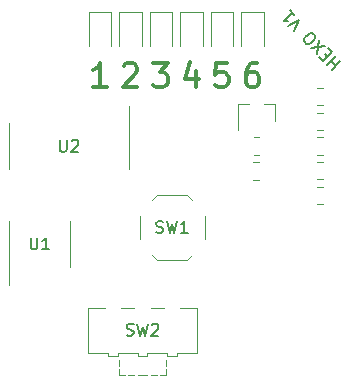
<source format=gbr>
%TF.GenerationSoftware,KiCad,Pcbnew,(5.1.9-0-10_14)*%
%TF.CreationDate,2021-04-10T21:21:16-04:00*%
%TF.ProjectId,Hexo,4865786f-2e6b-4696-9361-645f70636258,1*%
%TF.SameCoordinates,Original*%
%TF.FileFunction,Legend,Top*%
%TF.FilePolarity,Positive*%
%FSLAX46Y46*%
G04 Gerber Fmt 4.6, Leading zero omitted, Abs format (unit mm)*
G04 Created by KiCad (PCBNEW (5.1.9-0-10_14)) date 2021-04-10 21:21:16*
%MOMM*%
%LPD*%
G01*
G04 APERTURE LIST*
%ADD10C,0.300000*%
%ADD11C,0.150000*%
%ADD12C,0.120000*%
G04 APERTURE END LIST*
D10*
X158061832Y-86113761D02*
X157680880Y-86113761D01*
X157490403Y-86209000D01*
X157395165Y-86304238D01*
X157204689Y-86589952D01*
X157109451Y-86970904D01*
X157109451Y-87732809D01*
X157204689Y-87923285D01*
X157299927Y-88018523D01*
X157490403Y-88113761D01*
X157871356Y-88113761D01*
X158061832Y-88018523D01*
X158157070Y-87923285D01*
X158252308Y-87732809D01*
X158252308Y-87256619D01*
X158157070Y-87066142D01*
X158061832Y-86970904D01*
X157871356Y-86875666D01*
X157490403Y-86875666D01*
X157299927Y-86970904D01*
X157204689Y-87066142D01*
X157109451Y-87256619D01*
X155577070Y-86113761D02*
X154624689Y-86113761D01*
X154529451Y-87066142D01*
X154624689Y-86970904D01*
X154815165Y-86875666D01*
X155291356Y-86875666D01*
X155481832Y-86970904D01*
X155577070Y-87066142D01*
X155672308Y-87256619D01*
X155672308Y-87732809D01*
X155577070Y-87923285D01*
X155481832Y-88018523D01*
X155291356Y-88113761D01*
X154815165Y-88113761D01*
X154624689Y-88018523D01*
X154529451Y-87923285D01*
X152901832Y-86780428D02*
X152901832Y-88113761D01*
X152425641Y-86018523D02*
X151949451Y-87447095D01*
X153187546Y-87447095D01*
X149274213Y-86113761D02*
X150512308Y-86113761D01*
X149845641Y-86875666D01*
X150131356Y-86875666D01*
X150321832Y-86970904D01*
X150417070Y-87066142D01*
X150512308Y-87256619D01*
X150512308Y-87732809D01*
X150417070Y-87923285D01*
X150321832Y-88018523D01*
X150131356Y-88113761D01*
X149559927Y-88113761D01*
X149369451Y-88018523D01*
X149274213Y-87923285D01*
X146789451Y-86304238D02*
X146884689Y-86209000D01*
X147075165Y-86113761D01*
X147551356Y-86113761D01*
X147741832Y-86209000D01*
X147837070Y-86304238D01*
X147932308Y-86494714D01*
X147932308Y-86685190D01*
X147837070Y-86970904D01*
X146694213Y-88113761D01*
X147932308Y-88113761D01*
X145352308Y-88113761D02*
X144209451Y-88113761D01*
X144780880Y-88113761D02*
X144780880Y-86113761D01*
X144590403Y-86399476D01*
X144399927Y-86589952D01*
X144209451Y-86685190D01*
D11*
X165138917Y-85927274D02*
X164431811Y-86634381D01*
X164768528Y-86297663D02*
X164364467Y-85893602D01*
X164734856Y-85523213D02*
X164027750Y-86230320D01*
X164027750Y-85556885D02*
X163792047Y-85321183D01*
X164061421Y-84849778D02*
X164398139Y-85186496D01*
X163691032Y-85893602D01*
X163354315Y-85556885D01*
X163118612Y-85321183D02*
X163354315Y-84142671D01*
X162647208Y-84849778D02*
X163825719Y-84614076D01*
X162243147Y-84445717D02*
X162108460Y-84311030D01*
X162074788Y-84210015D01*
X162074788Y-84075328D01*
X162175803Y-83906969D01*
X162411505Y-83671267D01*
X162579864Y-83570251D01*
X162714551Y-83570251D01*
X162815567Y-83603923D01*
X162950254Y-83738610D01*
X162983925Y-83839625D01*
X162983925Y-83974312D01*
X162882910Y-84142671D01*
X162647208Y-84378374D01*
X162478849Y-84479389D01*
X162344162Y-84479389D01*
X162243147Y-84445717D01*
X161199322Y-83401893D02*
X161670727Y-82459084D01*
X160727918Y-82930488D01*
X160828933Y-81617290D02*
X161232994Y-82021351D01*
X161030964Y-81819320D02*
X160323857Y-82526427D01*
X160492216Y-82492755D01*
X160626903Y-82492755D01*
X160727918Y-82526427D01*
D12*
%TO.C,R3*%
X163649562Y-98044000D02*
X163195434Y-98044000D01*
X163649562Y-96574000D02*
X163195434Y-96574000D01*
%TO.C,C1*%
X158282132Y-94494000D02*
X157759628Y-94494000D01*
X158282132Y-95964000D02*
X157759628Y-95964000D01*
%TO.C,SW2*%
X151580880Y-106809000D02*
X152980880Y-106809000D01*
X152980880Y-106809000D02*
X152980880Y-110609000D01*
X143780880Y-110609000D02*
X143780880Y-106809000D01*
X143780880Y-106809000D02*
X145180880Y-106809000D01*
X150180880Y-106809000D02*
X149080880Y-106809000D01*
X149080880Y-106809000D02*
X149080880Y-106809000D01*
X147680880Y-106809000D02*
X146580880Y-106809000D01*
X146580880Y-106809000D02*
X146580880Y-106809000D01*
X152980880Y-110609000D02*
X151280880Y-110609000D01*
X151280880Y-110609000D02*
X151280880Y-110909000D01*
X151280880Y-110909000D02*
X150480880Y-110909000D01*
X150480880Y-110909000D02*
X150480880Y-110609000D01*
X150480880Y-110609000D02*
X148780880Y-110609000D01*
X148780880Y-110609000D02*
X148780880Y-110909000D01*
X148780880Y-110909000D02*
X147980880Y-110909000D01*
X147980880Y-110909000D02*
X147980880Y-110609000D01*
X147980880Y-110609000D02*
X146280880Y-110609000D01*
X146280880Y-110609000D02*
X146280880Y-110909000D01*
X146280880Y-110909000D02*
X145480880Y-110909000D01*
X145480880Y-110909000D02*
X145480880Y-110609000D01*
X145480880Y-110609000D02*
X143780880Y-110609000D01*
X143780880Y-110609000D02*
X143780880Y-110609000D01*
X146380880Y-112509000D02*
X146380880Y-112009000D01*
X146380880Y-112009000D02*
X146380880Y-112009000D01*
X146380880Y-112509000D02*
X146880880Y-112509000D01*
X146880880Y-112509000D02*
X146880880Y-112509000D01*
X150380880Y-112509000D02*
X149880880Y-112509000D01*
X149880880Y-112509000D02*
X149880880Y-112509000D01*
X150380880Y-112509000D02*
X150380880Y-112009000D01*
X150380880Y-112009000D02*
X150380880Y-112009000D01*
X150380880Y-111709000D02*
X150380880Y-111209000D01*
X150380880Y-111209000D02*
X150380880Y-111209000D01*
X146380880Y-111709000D02*
X146380880Y-111209000D01*
X146380880Y-111209000D02*
X146380880Y-111209000D01*
X147180880Y-112509000D02*
X147680880Y-112509000D01*
X147680880Y-112509000D02*
X147680880Y-112509000D01*
X149580880Y-112509000D02*
X149080880Y-112509000D01*
X149080880Y-112509000D02*
X149080880Y-112509000D01*
X148780880Y-112509000D02*
X147980880Y-112509000D01*
X147980880Y-112509000D02*
X147980880Y-112509000D01*
%TO.C,SW1*%
X149630880Y-97259000D02*
X152130880Y-97259000D01*
X148130880Y-99009000D02*
X148130880Y-101009000D01*
X149630880Y-102759000D02*
X152130880Y-102759000D01*
X153630880Y-99009000D02*
X153630880Y-101009000D01*
X149180880Y-97709000D02*
X149630880Y-97259000D01*
X152580880Y-97709000D02*
X152130880Y-97259000D01*
X152580880Y-102309000D02*
X152130880Y-102759000D01*
X149180880Y-102309000D02*
X149630880Y-102759000D01*
%TO.C,U2*%
X137080880Y-93139000D02*
X137080880Y-95089000D01*
X137080880Y-93139000D02*
X137080880Y-91189000D01*
X147200880Y-93139000D02*
X147200880Y-95089000D01*
X147200880Y-93139000D02*
X147200880Y-89689000D01*
%TO.C,U1*%
X142230880Y-101409000D02*
X142230880Y-99459000D01*
X142230880Y-101409000D02*
X142230880Y-103359000D01*
X137110880Y-101409000D02*
X137110880Y-99459000D01*
X137110880Y-101409000D02*
X137110880Y-104859000D01*
%TO.C,R5*%
X163649562Y-89654000D02*
X163195434Y-89654000D01*
X163649562Y-88184000D02*
X163195434Y-88184000D01*
%TO.C,R4*%
X163649562Y-95926121D02*
X163195434Y-95926121D01*
X163649562Y-94456121D02*
X163195434Y-94456121D01*
%TO.C,R2*%
X163195434Y-92378337D02*
X163649562Y-92378337D01*
X163195434Y-93848337D02*
X163649562Y-93848337D01*
%TO.C,R1*%
X158237208Y-93858472D02*
X157783080Y-93858472D01*
X158237208Y-92388472D02*
X157783080Y-92388472D01*
%TO.C,Q1*%
X159590144Y-89564580D02*
X158660144Y-89564580D01*
X156430144Y-89564580D02*
X157360144Y-89564580D01*
X156430144Y-89564580D02*
X156430144Y-91724580D01*
X159590144Y-89564580D02*
X159590144Y-91024580D01*
%TO.C,D6*%
X158640880Y-84612544D02*
X158640880Y-81752544D01*
X158640880Y-81752544D02*
X156720880Y-81752544D01*
X156720880Y-81752544D02*
X156720880Y-84612544D01*
%TO.C,D5*%
X156060880Y-84612544D02*
X156060880Y-81752544D01*
X156060880Y-81752544D02*
X154140880Y-81752544D01*
X154140880Y-81752544D02*
X154140880Y-84612544D01*
%TO.C,D4*%
X153480880Y-84612544D02*
X153480880Y-81752544D01*
X153480880Y-81752544D02*
X151560880Y-81752544D01*
X151560880Y-81752544D02*
X151560880Y-84612544D01*
%TO.C,D3*%
X150900880Y-84612544D02*
X150900880Y-81752544D01*
X150900880Y-81752544D02*
X148980880Y-81752544D01*
X148980880Y-81752544D02*
X148980880Y-84612544D01*
%TO.C,D2*%
X148320880Y-84612544D02*
X148320880Y-81752544D01*
X148320880Y-81752544D02*
X146400880Y-81752544D01*
X146400880Y-81752544D02*
X146400880Y-84612544D01*
%TO.C,D1*%
X145740880Y-84612544D02*
X145740880Y-81752544D01*
X145740880Y-81752544D02*
X143820880Y-81752544D01*
X143820880Y-81752544D02*
X143820880Y-84612544D01*
%TO.C,C2*%
X163161246Y-90299445D02*
X163683750Y-90299445D01*
X163161246Y-91769445D02*
X163683750Y-91769445D01*
%TO.C,SW2*%
D11*
X147047546Y-109113761D02*
X147190403Y-109161380D01*
X147428499Y-109161380D01*
X147523737Y-109113761D01*
X147571356Y-109066142D01*
X147618975Y-108970904D01*
X147618975Y-108875666D01*
X147571356Y-108780428D01*
X147523737Y-108732809D01*
X147428499Y-108685190D01*
X147238022Y-108637571D01*
X147142784Y-108589952D01*
X147095165Y-108542333D01*
X147047546Y-108447095D01*
X147047546Y-108351857D01*
X147095165Y-108256619D01*
X147142784Y-108209000D01*
X147238022Y-108161380D01*
X147476118Y-108161380D01*
X147618975Y-108209000D01*
X147952308Y-108161380D02*
X148190403Y-109161380D01*
X148380880Y-108447095D01*
X148571356Y-109161380D01*
X148809451Y-108161380D01*
X149142784Y-108256619D02*
X149190403Y-108209000D01*
X149285641Y-108161380D01*
X149523737Y-108161380D01*
X149618975Y-108209000D01*
X149666594Y-108256619D01*
X149714213Y-108351857D01*
X149714213Y-108447095D01*
X149666594Y-108589952D01*
X149095165Y-109161380D01*
X149714213Y-109161380D01*
%TO.C,SW1*%
X149547546Y-100413761D02*
X149690403Y-100461380D01*
X149928499Y-100461380D01*
X150023737Y-100413761D01*
X150071356Y-100366142D01*
X150118975Y-100270904D01*
X150118975Y-100175666D01*
X150071356Y-100080428D01*
X150023737Y-100032809D01*
X149928499Y-99985190D01*
X149738022Y-99937571D01*
X149642784Y-99889952D01*
X149595165Y-99842333D01*
X149547546Y-99747095D01*
X149547546Y-99651857D01*
X149595165Y-99556619D01*
X149642784Y-99509000D01*
X149738022Y-99461380D01*
X149976118Y-99461380D01*
X150118975Y-99509000D01*
X150452308Y-99461380D02*
X150690403Y-100461380D01*
X150880880Y-99747095D01*
X151071356Y-100461380D01*
X151309451Y-99461380D01*
X152214213Y-100461380D02*
X151642784Y-100461380D01*
X151928499Y-100461380D02*
X151928499Y-99461380D01*
X151833260Y-99604238D01*
X151738022Y-99699476D01*
X151642784Y-99747095D01*
%TO.C,U2*%
X141381515Y-92595140D02*
X141381515Y-93404664D01*
X141429134Y-93499902D01*
X141476753Y-93547521D01*
X141571991Y-93595140D01*
X141762467Y-93595140D01*
X141857705Y-93547521D01*
X141905324Y-93499902D01*
X141952943Y-93404664D01*
X141952943Y-92595140D01*
X142381515Y-92690379D02*
X142429134Y-92642760D01*
X142524372Y-92595140D01*
X142762467Y-92595140D01*
X142857705Y-92642760D01*
X142905324Y-92690379D01*
X142952943Y-92785617D01*
X142952943Y-92880855D01*
X142905324Y-93023712D01*
X142333896Y-93595140D01*
X142952943Y-93595140D01*
%TO.C,U1*%
X138906435Y-100861380D02*
X138906435Y-101670904D01*
X138954054Y-101766142D01*
X139001673Y-101813761D01*
X139096911Y-101861380D01*
X139287387Y-101861380D01*
X139382625Y-101813761D01*
X139430244Y-101766142D01*
X139477863Y-101670904D01*
X139477863Y-100861380D01*
X140477863Y-101861380D02*
X139906435Y-101861380D01*
X140192149Y-101861380D02*
X140192149Y-100861380D01*
X140096911Y-101004238D01*
X140001673Y-101099476D01*
X139906435Y-101147095D01*
%TD*%
M02*

</source>
